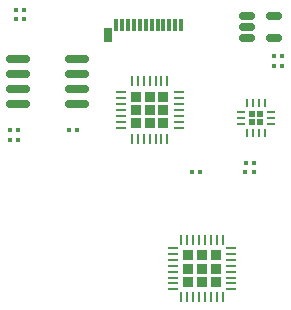
<source format=gbr>
%TF.GenerationSoftware,KiCad,Pcbnew,7.0.6*%
%TF.CreationDate,2023-07-11T14:09:12+02:00*%
%TF.ProjectId,power-output,706f7765-722d-46f7-9574-7075742e6b69,X1*%
%TF.SameCoordinates,Original*%
%TF.FileFunction,Paste,Top*%
%TF.FilePolarity,Positive*%
%FSLAX46Y46*%
G04 Gerber Fmt 4.6, Leading zero omitted, Abs format (unit mm)*
G04 Created by KiCad (PCBNEW 7.0.6) date 2023-07-11 14:09:12*
%MOMM*%
%LPD*%
G01*
G04 APERTURE LIST*
G04 Aperture macros list*
%AMRoundRect*
0 Rectangle with rounded corners*
0 $1 Rounding radius*
0 $2 $3 $4 $5 $6 $7 $8 $9 X,Y pos of 4 corners*
0 Add a 4 corners polygon primitive as box body*
4,1,4,$2,$3,$4,$5,$6,$7,$8,$9,$2,$3,0*
0 Add four circle primitives for the rounded corners*
1,1,$1+$1,$2,$3*
1,1,$1+$1,$4,$5*
1,1,$1+$1,$6,$7*
1,1,$1+$1,$8,$9*
0 Add four rect primitives between the rounded corners*
20,1,$1+$1,$2,$3,$4,$5,0*
20,1,$1+$1,$4,$5,$6,$7,0*
20,1,$1+$1,$6,$7,$8,$9,0*
20,1,$1+$1,$8,$9,$2,$3,0*%
G04 Aperture macros list end*
%ADD10R,0.380000X1.000000*%
%ADD11R,0.700000X1.150000*%
%ADD12RoundRect,0.232500X-0.232500X-0.232500X0.232500X-0.232500X0.232500X0.232500X-0.232500X0.232500X0*%
%ADD13RoundRect,0.062500X-0.375000X-0.062500X0.375000X-0.062500X0.375000X0.062500X-0.375000X0.062500X0*%
%ADD14RoundRect,0.062500X-0.062500X-0.375000X0.062500X-0.375000X0.062500X0.375000X-0.062500X0.375000X0*%
%ADD15RoundRect,0.079500X-0.079500X-0.100500X0.079500X-0.100500X0.079500X0.100500X-0.079500X0.100500X0*%
%ADD16RoundRect,0.079500X0.079500X0.100500X-0.079500X0.100500X-0.079500X-0.100500X0.079500X-0.100500X0*%
%ADD17RoundRect,0.150000X-0.512500X-0.150000X0.512500X-0.150000X0.512500X0.150000X-0.512500X0.150000X0*%
%ADD18RoundRect,0.145000X-0.145000X-0.145000X0.145000X-0.145000X0.145000X0.145000X-0.145000X0.145000X0*%
%ADD19RoundRect,0.062500X-0.275000X-0.062500X0.275000X-0.062500X0.275000X0.062500X-0.275000X0.062500X0*%
%ADD20RoundRect,0.062500X-0.062500X-0.275000X0.062500X-0.275000X0.062500X0.275000X-0.062500X0.275000X0*%
%ADD21RoundRect,0.150000X-0.825000X-0.150000X0.825000X-0.150000X0.825000X0.150000X-0.825000X0.150000X0*%
%ADD22RoundRect,0.225000X-0.225000X0.225000X-0.225000X-0.225000X0.225000X-0.225000X0.225000X0.225000X0*%
%ADD23RoundRect,0.062500X-0.062500X0.337500X-0.062500X-0.337500X0.062500X-0.337500X0.062500X0.337500X0*%
%ADD24RoundRect,0.062500X-0.337500X0.062500X-0.337500X-0.062500X0.337500X-0.062500X0.337500X0.062500X0*%
G04 APERTURE END LIST*
D10*
%TO.C,P1*%
X137250000Y-129040000D03*
X137750000Y-129040000D03*
X138250000Y-129040000D03*
X138750000Y-129040000D03*
X139250000Y-129040000D03*
X139750000Y-129040000D03*
X140250000Y-129040000D03*
X140750000Y-129040000D03*
X141250000Y-129040000D03*
X141750000Y-129040000D03*
X142250000Y-129040000D03*
X142750000Y-129040000D03*
D11*
X136580000Y-129880000D03*
%TD*%
D12*
%TO.C,U4*%
X143360000Y-148510000D03*
X143360000Y-149660000D03*
X143360000Y-150810000D03*
X144510000Y-148510000D03*
X144510000Y-149660000D03*
X144510000Y-150810000D03*
X145660000Y-148510000D03*
X145660000Y-149660000D03*
X145660000Y-150810000D03*
D13*
X142072500Y-147910000D03*
X142072500Y-148410000D03*
X142072500Y-148910000D03*
X142072500Y-149410000D03*
X142072500Y-149910000D03*
X142072500Y-150410000D03*
X142072500Y-150910000D03*
X142072500Y-151410000D03*
D14*
X142760000Y-152097500D03*
X143260000Y-152097500D03*
X143760000Y-152097500D03*
X144260000Y-152097500D03*
X144760000Y-152097500D03*
X145260000Y-152097500D03*
X145760000Y-152097500D03*
X146260000Y-152097500D03*
D13*
X146947500Y-151410000D03*
X146947500Y-150910000D03*
X146947500Y-150410000D03*
X146947500Y-149910000D03*
X146947500Y-149410000D03*
X146947500Y-148910000D03*
X146947500Y-148410000D03*
X146947500Y-147910000D03*
D14*
X146260000Y-147222500D03*
X145760000Y-147222500D03*
X145260000Y-147222500D03*
X144760000Y-147222500D03*
X144260000Y-147222500D03*
X143760000Y-147222500D03*
X143260000Y-147222500D03*
X142760000Y-147222500D03*
%TD*%
D15*
%TO.C,C4*%
X143660000Y-141500000D03*
X144350000Y-141500000D03*
%TD*%
%TO.C,C9*%
X133255000Y-137910000D03*
X133945000Y-137910000D03*
%TD*%
D16*
%TO.C,C10*%
X129420000Y-127725000D03*
X128730000Y-127725000D03*
%TD*%
%TO.C,C1*%
X129420000Y-128500000D03*
X128730000Y-128500000D03*
%TD*%
D17*
%TO.C,U1*%
X148362500Y-128270000D03*
X148362500Y-129220000D03*
X148362500Y-130170000D03*
X150637500Y-130170000D03*
X150637500Y-128270000D03*
%TD*%
D15*
%TO.C,C7*%
X128270000Y-137922000D03*
X128960000Y-137922000D03*
%TD*%
D16*
%TO.C,R4*%
X148900000Y-140710000D03*
X148210000Y-140710000D03*
%TD*%
D15*
%TO.C,C8*%
X128270000Y-138730000D03*
X128960000Y-138730000D03*
%TD*%
D16*
%TO.C,C6*%
X151290000Y-131670000D03*
X150600000Y-131670000D03*
%TD*%
D18*
%TO.C,U2*%
X148730500Y-136554000D03*
X148730500Y-137274000D03*
X149450500Y-136554000D03*
X149450500Y-137274000D03*
D19*
X147828000Y-136414000D03*
X147828000Y-136914000D03*
X147828000Y-137414000D03*
D20*
X148340500Y-138176500D03*
X148840500Y-138176500D03*
X149340500Y-138176500D03*
X149840500Y-138176500D03*
D19*
X150353000Y-137414000D03*
X150353000Y-136914000D03*
X150353000Y-136414000D03*
D20*
X149840500Y-135651500D03*
X149340500Y-135651500D03*
X148840500Y-135651500D03*
X148340500Y-135651500D03*
%TD*%
D16*
%TO.C,R3*%
X148885000Y-141480000D03*
X148195000Y-141480000D03*
%TD*%
D21*
%TO.C,U3*%
X128975000Y-131920000D03*
X128975000Y-133190000D03*
X128975000Y-134460000D03*
X128975000Y-135730000D03*
X133925000Y-135730000D03*
X133925000Y-134460000D03*
X133925000Y-133190000D03*
X133925000Y-131920000D03*
%TD*%
D16*
%TO.C,C5*%
X151285000Y-132470000D03*
X150595000Y-132470000D03*
%TD*%
D22*
%TO.C,U5*%
X141200000Y-135100000D03*
X140080000Y-135100000D03*
X138960000Y-135100000D03*
X141200000Y-136220000D03*
X140080000Y-136220000D03*
X138960000Y-136220000D03*
X141200000Y-137340000D03*
X140080000Y-137340000D03*
X138960000Y-137340000D03*
D23*
X141580000Y-133770000D03*
X141080000Y-133770000D03*
X140580000Y-133770000D03*
X140080000Y-133770000D03*
X139580000Y-133770000D03*
X139080000Y-133770000D03*
X138580000Y-133770000D03*
D24*
X137630000Y-134720000D03*
X137630000Y-135220000D03*
X137630000Y-135720000D03*
X137630000Y-136220000D03*
X137630000Y-136720000D03*
X137630000Y-137220000D03*
X137630000Y-137720000D03*
D23*
X138580000Y-138670000D03*
X139080000Y-138670000D03*
X139580000Y-138670000D03*
X140080000Y-138670000D03*
X140580000Y-138670000D03*
X141080000Y-138670000D03*
X141580000Y-138670000D03*
D24*
X142530000Y-137720000D03*
X142530000Y-137220000D03*
X142530000Y-136720000D03*
X142530000Y-136220000D03*
X142530000Y-135720000D03*
X142530000Y-135220000D03*
X142530000Y-134720000D03*
%TD*%
M02*

</source>
